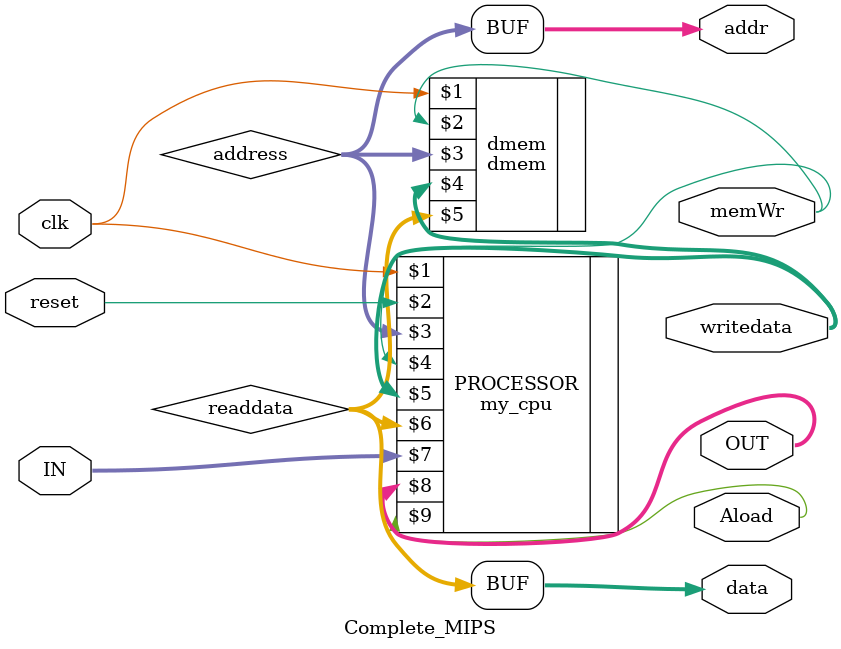
<source format=v>
module Complete_MIPS(input clk, reset,
input [7:0] IN,
output [7:0] writedata,
output memWr,output[7:0] OUT,output [7:0] data,
output [5:0] addr,output Aload);

wire [5:0] address;
wire [7:0] readdata;

assign data = readdata;
assign addr = address;

my_cpu PROCESSOR(clk,reset,address,memWr,writedata,readdata,IN,OUT,Aload);

dmem dmem(clk,memWr,address,writedata,readdata);

endmodule 
</source>
